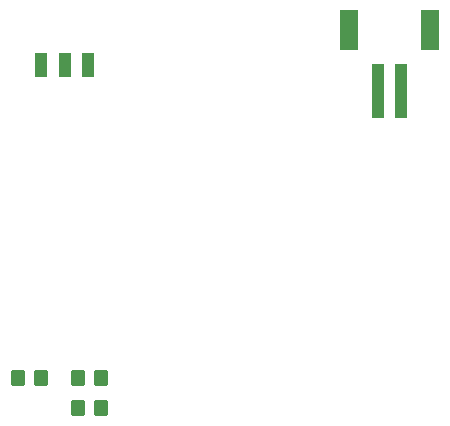
<source format=gbr>
%TF.GenerationSoftware,KiCad,Pcbnew,(6.0.7-1)-1*%
%TF.CreationDate,2022-11-11T20:36:14-08:00*%
%TF.ProjectId,KamiPCBv4,4b616d69-5043-4427-9634-2e6b69636164,rev?*%
%TF.SameCoordinates,Original*%
%TF.FileFunction,Paste,Top*%
%TF.FilePolarity,Positive*%
%FSLAX46Y46*%
G04 Gerber Fmt 4.6, Leading zero omitted, Abs format (unit mm)*
G04 Created by KiCad (PCBNEW (6.0.7-1)-1) date 2022-11-11 20:36:14*
%MOMM*%
%LPD*%
G01*
G04 APERTURE LIST*
G04 Aperture macros list*
%AMRoundRect*
0 Rectangle with rounded corners*
0 $1 Rounding radius*
0 $2 $3 $4 $5 $6 $7 $8 $9 X,Y pos of 4 corners*
0 Add a 4 corners polygon primitive as box body*
4,1,4,$2,$3,$4,$5,$6,$7,$8,$9,$2,$3,0*
0 Add four circle primitives for the rounded corners*
1,1,$1+$1,$2,$3*
1,1,$1+$1,$4,$5*
1,1,$1+$1,$6,$7*
1,1,$1+$1,$8,$9*
0 Add four rect primitives between the rounded corners*
20,1,$1+$1,$2,$3,$4,$5,0*
20,1,$1+$1,$4,$5,$6,$7,0*
20,1,$1+$1,$6,$7,$8,$9,0*
20,1,$1+$1,$8,$9,$2,$3,0*%
G04 Aperture macros list end*
%ADD10R,1.600000X3.400000*%
%ADD11R,1.000000X4.600000*%
%ADD12RoundRect,0.250000X-0.350000X-0.450000X0.350000X-0.450000X0.350000X0.450000X-0.350000X0.450000X0*%
%ADD13R,1.000000X2.000000*%
G04 APERTURE END LIST*
D10*
%TO.C,X1*%
X158340000Y-82320000D03*
X151540000Y-82320000D03*
D11*
X153940000Y-87520000D03*
X155940000Y-87520000D03*
%TD*%
D12*
%TO.C,*%
X125460000Y-111760000D03*
X123460000Y-111760000D03*
%TD*%
%TO.C,*%
X128540000Y-111760000D03*
X130540000Y-111760000D03*
%TD*%
D13*
%TO.C,*%
X127415000Y-85280000D03*
X125415000Y-85280000D03*
X129415000Y-85280000D03*
%TD*%
D12*
%TO.C,*%
X128540000Y-114300000D03*
X130540000Y-114300000D03*
%TD*%
M02*

</source>
